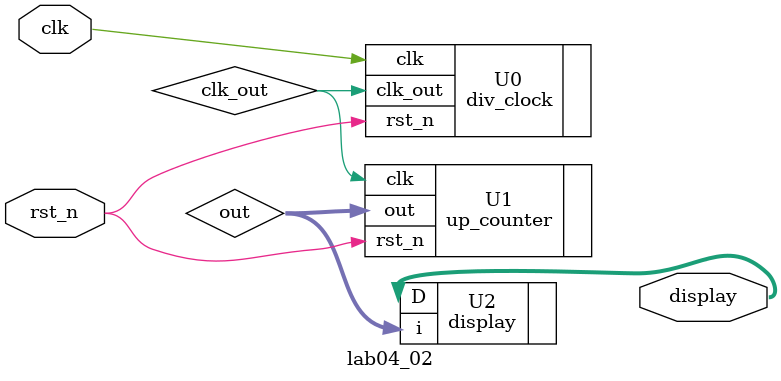
<source format=v>
`timescale 1ns / 1ps


module lab04_02(clk, rst_n, display);

input clk;
input rst_n;
output [7:0]display;

wire clk_out;
wire [3:0]out; // ouput from the counter

div_clock U0(.clk(clk), .clk_out(clk_out), .rst_n(rst_n));
up_counter U1(.clk(clk_out), .rst_n(rst_n), .out(out));
display U2(.i(out), .D(display)); 

endmodule

</source>
